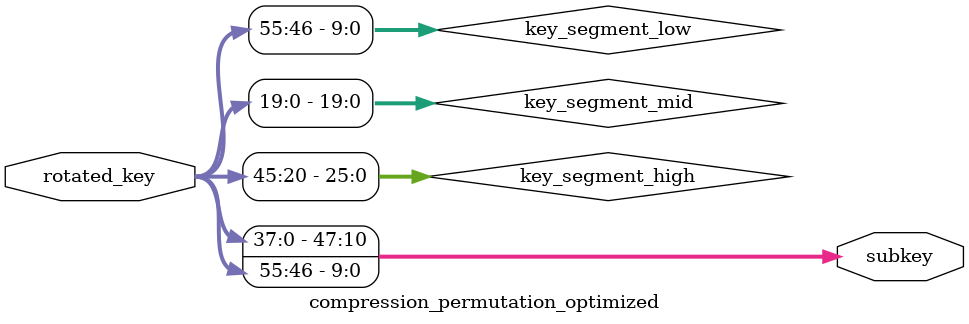
<source format=sv>
module des_key_scheduler #(
    parameter KEY_WIDTH = 56,
    parameter KEY_OUT = 48
) (
    input wire [KEY_WIDTH-1:0] key_in,
    input wire [5:0] round,
    output wire [KEY_OUT-1:0] subkey
);
    // 内部管道信号定义
    reg [KEY_WIDTH-1:0] key_reg;               // 输入密钥寄存
    wire [4:0] shift_amount;                   // 位移量
    wire [KEY_WIDTH-1:0] stage1_rotated_key;   // 第一阶段旋转结果
    reg [KEY_WIDTH-1:0] stage1_key_reg;        // 第一阶段寄存
    wire [KEY_OUT-1:0] stage2_subkey;          // 第二阶段压缩置换结果
    
    // 第一阶段: 密钥输入寄存和位移量计算
    always @(*) begin
        key_reg = key_in;
    end
    
    // 基于round计算位移量
    assign shift_amount = round[0] ? 5'd1 : 5'd2;
    
    // 第二阶段: 执行关键旋转操作
    key_rotation_optimized #(
        .KEY_WIDTH(KEY_WIDTH)
    ) rotation_inst (
        .key_in(key_reg),
        .shift_amount(shift_amount),
        .rotated_key(stage1_rotated_key)
    );
    
    // 旋转结果寄存 - 分割数据路径
    always @(*) begin
        stage1_key_reg = stage1_rotated_key;
    end
    
    // 第三阶段: 压缩置换操作
    compression_permutation_optimized #(
        .KEY_WIDTH(KEY_WIDTH),
        .KEY_OUT(KEY_OUT)
    ) compression_inst (
        .rotated_key(stage1_key_reg),
        .subkey(stage2_subkey)
    );
    
    // 输出赋值
    assign subkey = stage2_subkey;
    
endmodule

// 优化的密钥旋转子模块
module key_rotation_optimized #(
    parameter KEY_WIDTH = 56
) (
    input wire [KEY_WIDTH-1:0] key_in,
    input wire [4:0] shift_amount,
    output wire [KEY_WIDTH-1:0] rotated_key
);
    // 直接实现的位移逻辑，避免使用复杂的二进制补码减法
    // 对于DES，位移量通常只有1或2，使用专用逻辑更清晰
    
    // 预计算两种可能的位移结果
    wire [KEY_WIDTH-1:0] shift_by_1;
    wire [KEY_WIDTH-1:0] shift_by_2;
    
    // 左循环移位1位
    assign shift_by_1 = {key_in[KEY_WIDTH-2:0], key_in[KEY_WIDTH-1]};
    
    // 左循环移位2位
    assign shift_by_2 = {key_in[KEY_WIDTH-3:0], key_in[KEY_WIDTH-1:KEY_WIDTH-2]};
    
    // 基于位移量选择结果
    assign rotated_key = (shift_amount == 5'd1) ? shift_by_1 : shift_by_2;
    
endmodule

// 优化的压缩置换子模块
module compression_permutation_optimized #(
    parameter KEY_WIDTH = 56,
    parameter KEY_OUT = 48
) (
    input wire [KEY_WIDTH-1:0] rotated_key,
    output wire [KEY_OUT-1:0] subkey
);
    // 将压缩置换划分为多个逻辑段，提高可读性并改善时序
    wire [25:0] key_segment_high;  // 高位段数据
    wire [19:0] key_segment_mid;   // 中间段数据
    wire [9:0] key_segment_low;    // 低位段数据

    // 按段提取数据
    assign key_segment_high = rotated_key[45:20]; // 26位
    assign key_segment_mid = rotated_key[19:0];   // 20位
    assign key_segment_low = rotated_key[55:46];  // 10位
    
    // 组合成最终子密钥输出
    assign subkey = {key_segment_high, key_segment_mid, key_segment_low};
    
endmodule
</source>
